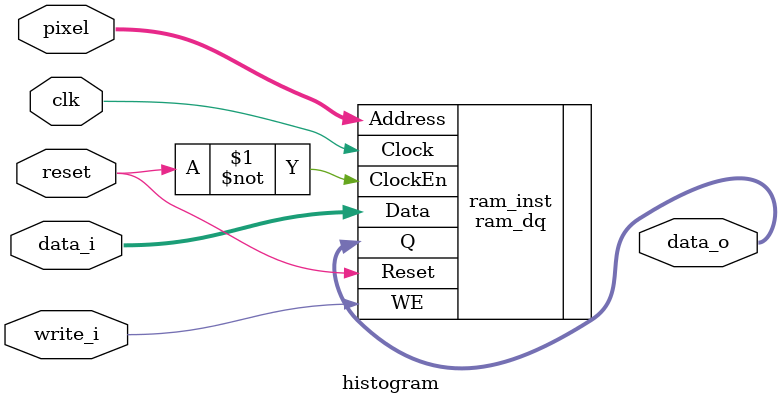
<source format=v>
`timescale 1ns / 1ps
`include "histogram_pipeline/ram_dq.v"
module histogram (
    input wire clk,
    input wire reset,
    input wire write_i,
    input wire [9:0] pixel,
    input wire [31:0] data_i,
    output wire [31:0] data_o
);
    // RAM module instance
    ram_dq ram_inst (
        .Clock(clk),
        .ClockEn(~reset), // Enable clock only when not in reset
        .Reset(reset),
        .WE(write_i), // Always write-enable
        .Address(pixel),
        .Data(data_i), // Data input 
        .Q(data_o) // Output data
    );

endmodule
</source>
